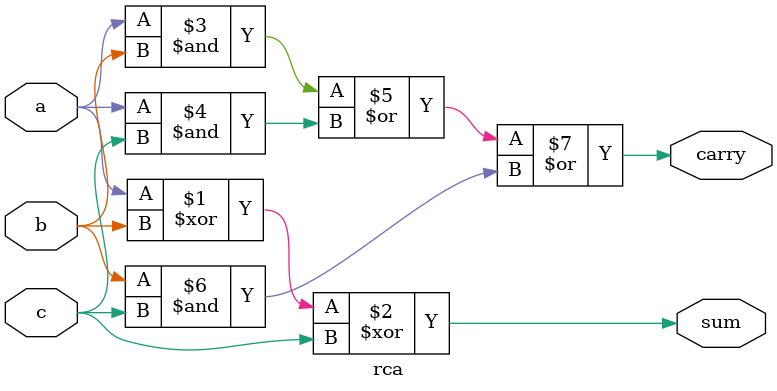
<source format=sv>
module rca(
            input logic a,
            input logic b,
            input logic c,
            output logic sum,
            output logic carry
);

    assign sum = a ^ b ^ c;
    assign carry = (a&b) | (a&c) | (b&c);

endmodule

</source>
